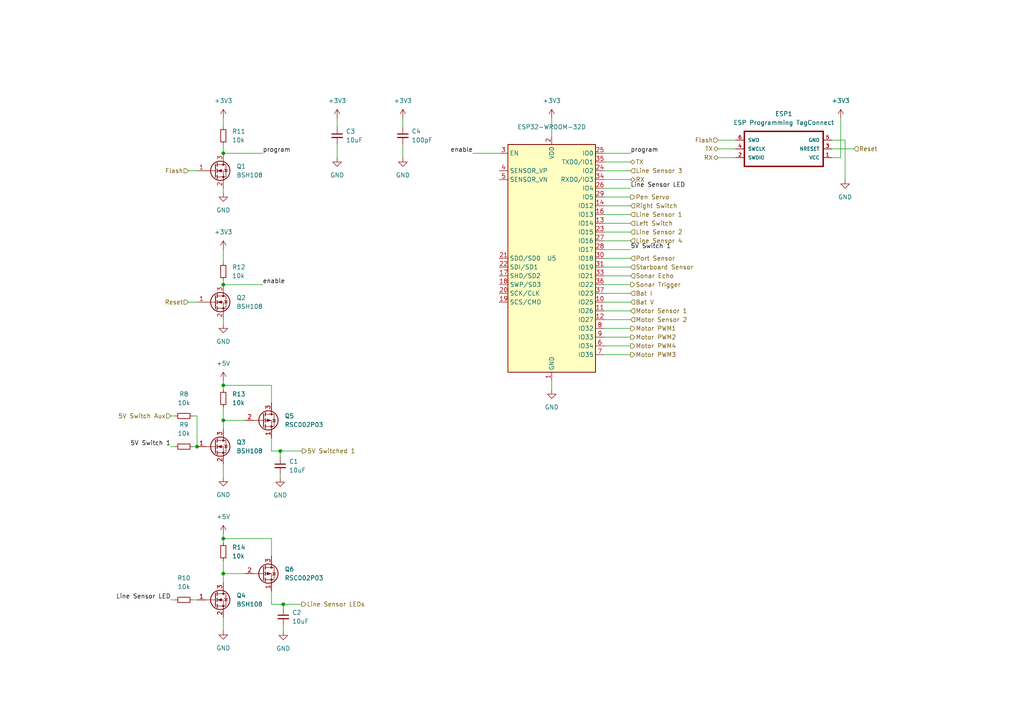
<source format=kicad_sch>
(kicad_sch (version 20210621) (generator eeschema)
  (paper "A4")
  (title_block (title "Swarmbot") (date "2021-10-10") (company "Philip McGaw"))
  (lib_symbols
    (symbol "Device:C_Small" (pin_numbers hide) (pin_names (offset 0.254) hide)
      (property "Reference" "C" (at 0.254 1.778 0))
      (property "Value" "C_Small" (at 0.254 -2.032 0))
      (symbol "C_Small_0_1"
        (polyline (pts (xy -1.524 -0.508) (xy 1.524 -0.508)) (stroke (width 0.3302)))
        (polyline (pts (xy -1.524 0.508) (xy 1.524 0.508)) (stroke (width 0.3048)))
      )
      (symbol "C_Small_1_1"
        (pin passive line (at 0 2.54 270) (length 2.032) (name "~") (number "1"))
        (pin passive line (at 0 -2.54 90) (length 2.032) (name "~") (number "2"))
      )
    )
    (symbol "Device:Q_NMOS_GSD" (pin_names (offset 0) hide)
      (property "Reference" "Q" (at 5.08 1.27 0))
      (property "Value" "Q_NMOS_GSD" (at 5.08 -1.27 0))
      (symbol "Q_NMOS_GSD_0_1"
        (circle (center 1.651 0) (radius 2.794) (stroke (width 0.254)))
        (circle (center 2.54 -1.778) (radius 0.254) (fill (type outline)))
        (circle (center 2.54 1.778) (radius 0.254) (fill (type outline)))
        (polyline (pts (xy 0.254 0) (xy -2.54 0)))
        (polyline (pts (xy 0.254 1.905) (xy 0.254 -1.905)) (stroke (width 0.254)))
        (polyline (pts (xy 0.762 -1.27) (xy 0.762 -2.286)) (stroke (width 0.254)))
        (polyline (pts (xy 0.762 0.508) (xy 0.762 -0.508)) (stroke (width 0.254)))
        (polyline (pts (xy 0.762 2.286) (xy 0.762 1.27)) (stroke (width 0.254)))
        (polyline (pts (xy 2.54 2.54) (xy 2.54 1.778)))
        (polyline (pts (xy 2.54 -2.54) (xy 2.54 0) (xy 0.762 0)))
        (polyline (pts (xy 0.762 -1.778) (xy 3.302 -1.778) (xy 3.302 1.778) (xy 0.762 1.778)))
        (polyline (pts (xy 2.794 0.508) (xy 2.921 0.381) (xy 3.683 0.381) (xy 3.81 0.254)))
        (polyline (pts (xy 3.302 0.381) (xy 2.921 -0.254) (xy 3.683 -0.254) (xy 3.302 0.381)))
        (polyline (pts (xy 1.016 0) (xy 2.032 0.381) (xy 2.032 -0.381) (xy 1.016 0)) (fill (type outline)))
      )
      (symbol "Q_NMOS_GSD_1_1"
        (pin input line (at -5.08 0 0) (length 2.54) (name "G") (number "1"))
        (pin passive line (at 2.54 -5.08 90) (length 2.54) (name "S") (number "2"))
        (pin passive line (at 2.54 5.08 270) (length 2.54) (name "D") (number "3"))
      )
    )
    (symbol "Device:Q_PMOS_SGD" (pin_names (offset 0) hide)
      (property "Reference" "Q" (at 5.08 1.27 0))
      (property "Value" "Q_PMOS_SGD" (at 5.08 -1.27 0))
      (symbol "Q_PMOS_SGD_0_1"
        (circle (center 1.651 0) (radius 2.794) (stroke (width 0.254)))
        (circle (center 2.54 -1.778) (radius 0.254) (fill (type outline)))
        (circle (center 2.54 1.778) (radius 0.254) (fill (type outline)))
        (polyline (pts (xy 0.254 0) (xy -2.54 0)))
        (polyline (pts (xy 0.254 1.905) (xy 0.254 -1.905)) (stroke (width 0.254)))
        (polyline (pts (xy 0.762 -1.27) (xy 0.762 -2.286)) (stroke (width 0.254)))
        (polyline (pts (xy 0.762 0.508) (xy 0.762 -0.508)) (stroke (width 0.254)))
        (polyline (pts (xy 0.762 2.286) (xy 0.762 1.27)) (stroke (width 0.254)))
        (polyline (pts (xy 2.54 2.54) (xy 2.54 1.778)))
        (polyline (pts (xy 2.54 -2.54) (xy 2.54 0) (xy 0.762 0)))
        (polyline (pts (xy 0.762 1.778) (xy 3.302 1.778) (xy 3.302 -1.778) (xy 0.762 -1.778)))
        (polyline (pts (xy 2.794 -0.508) (xy 2.921 -0.381) (xy 3.683 -0.381) (xy 3.81 -0.254)))
        (polyline (pts (xy 3.302 -0.381) (xy 2.921 0.254) (xy 3.683 0.254) (xy 3.302 -0.381)))
        (polyline (pts (xy 2.286 0) (xy 1.27 0.381) (xy 1.27 -0.381) (xy 2.286 0)) (fill (type outline)))
      )
      (symbol "Q_PMOS_SGD_1_1"
        (pin passive line (at 2.54 -5.08 90) (length 2.54) (name "S") (number "1"))
        (pin input line (at -5.08 0 0) (length 2.54) (name "G") (number "2"))
        (pin passive line (at 2.54 5.08 270) (length 2.54) (name "D") (number "3"))
      )
    )
    (symbol "Device:R_Small" (pin_numbers hide) (pin_names (offset 0.254) hide)
      (property "Reference" "R" (at 0.762 0.508 0))
      (property "Value" "R_Small" (at 0.762 -1.016 0))
      (symbol "R_Small_0_1"
        (rectangle (start -0.762 1.778) (end 0.762 -1.778) (stroke (width 0.2032)))
      )
      (symbol "R_Small_1_1"
        (pin passive line (at 0 2.54 270) (length 0.762) (name "~") (number "1"))
        (pin passive line (at 0 -2.54 90) (length 0.762) (name "~") (number "2"))
      )
    )
    (symbol "RF_Module:ESP32-WROOM-32D"
      (property "Reference" "U" (at -12.7 34.29 0))
      (property "Value" "ESP32-WROOM-32D" (at 1.27 34.29 0))
      (symbol "ESP32-WROOM-32D_0_1"
        (rectangle (start -12.7 33.02) (end 12.7 -33.02) (stroke (width 0.254)) (fill (type background)))
      )
      (symbol "ESP32-WROOM-32D_1_1"
        (pin power_in line (at 0 -35.56 90) (length 2.54) (name "GND") (number "1"))
        (pin bidirectional line (at 15.24 -12.7 180) (length 2.54) (name "IO25") (number "10"))
        (pin bidirectional line (at 15.24 -15.24 180) (length 2.54) (name "IO26") (number "11"))
        (pin bidirectional line (at 15.24 -17.78 180) (length 2.54) (name "IO27") (number "12"))
        (pin bidirectional line (at 15.24 10.16 180) (length 2.54) (name "IO14") (number "13"))
        (pin bidirectional line (at 15.24 15.24 180) (length 2.54) (name "IO12") (number "14"))
        (pin passive line (at 0 -35.56 90) (length 2.54) hide (name "GND") (number "15"))
        (pin bidirectional line (at 15.24 12.7 180) (length 2.54) (name "IO13") (number "16"))
        (pin bidirectional line (at -15.24 -5.08 0) (length 2.54) (name "SHD/SD2") (number "17"))
        (pin bidirectional line (at -15.24 -7.62 0) (length 2.54) (name "SWP/SD3") (number "18"))
        (pin bidirectional line (at -15.24 -12.7 0) (length 2.54) (name "SCS/CMD") (number "19"))
        (pin power_in line (at 0 35.56 270) (length 2.54) (name "VDD") (number "2"))
        (pin bidirectional line (at -15.24 -10.16 0) (length 2.54) (name "SCK/CLK") (number "20"))
        (pin bidirectional line (at -15.24 0 0) (length 2.54) (name "SDO/SD0") (number "21"))
        (pin bidirectional line (at -15.24 -2.54 0) (length 2.54) (name "SDI/SD1") (number "22"))
        (pin bidirectional line (at 15.24 7.62 180) (length 2.54) (name "IO15") (number "23"))
        (pin bidirectional line (at 15.24 25.4 180) (length 2.54) (name "IO2") (number "24"))
        (pin bidirectional line (at 15.24 30.48 180) (length 2.54) (name "IO0") (number "25"))
        (pin bidirectional line (at 15.24 20.32 180) (length 2.54) (name "IO4") (number "26"))
        (pin bidirectional line (at 15.24 5.08 180) (length 2.54) (name "IO16") (number "27"))
        (pin bidirectional line (at 15.24 2.54 180) (length 2.54) (name "IO17") (number "28"))
        (pin bidirectional line (at 15.24 17.78 180) (length 2.54) (name "IO5") (number "29"))
        (pin input line (at -15.24 30.48 0) (length 2.54) (name "EN") (number "3"))
        (pin bidirectional line (at 15.24 0 180) (length 2.54) (name "IO18") (number "30"))
        (pin bidirectional line (at 15.24 -2.54 180) (length 2.54) (name "IO19") (number "31"))
        (pin no_connect line (at -12.7 -27.94 0) (length 2.54) hide (name "NC") (number "32"))
        (pin bidirectional line (at 15.24 -5.08 180) (length 2.54) (name "IO21") (number "33"))
        (pin bidirectional line (at 15.24 22.86 180) (length 2.54) (name "RXD0/IO3") (number "34"))
        (pin bidirectional line (at 15.24 27.94 180) (length 2.54) (name "TXD0/IO1") (number "35"))
        (pin bidirectional line (at 15.24 -7.62 180) (length 2.54) (name "IO22") (number "36"))
        (pin bidirectional line (at 15.24 -10.16 180) (length 2.54) (name "IO23") (number "37"))
        (pin passive line (at 0 -35.56 90) (length 2.54) hide (name "GND") (number "38"))
        (pin passive line (at 0 -35.56 90) (length 2.54) hide (name "GND") (number "39"))
        (pin input line (at -15.24 25.4 0) (length 2.54) (name "SENSOR_VP") (number "4"))
        (pin input line (at -15.24 22.86 0) (length 2.54) (name "SENSOR_VN") (number "5"))
        (pin input line (at 15.24 -25.4 180) (length 2.54) (name "IO34") (number "6"))
        (pin input line (at 15.24 -27.94 180) (length 2.54) (name "IO35") (number "7"))
        (pin bidirectional line (at 15.24 -20.32 180) (length 2.54) (name "IO32") (number "8"))
        (pin bidirectional line (at 15.24 -22.86 180) (length 2.54) (name "IO33") (number "9"))
      )
    )
    (symbol "TC2030-IDC:TC2030-IDC" (pin_names (offset 1.016))
      (property "Reference" "TC" (at -3.81 5.842 0))
      (property "Value" "TC2030-IDC" (at -3.81 -7.62 0))
      (symbol "TC2030-IDC_0_0"
        (polyline (pts (xy -10.16 5.08) (xy -10.16 -5.08)) (stroke (width 0.4064)))
        (polyline (pts (xy -10.16 5.08) (xy 12.7 5.08)) (stroke (width 0.4064)))
        (polyline (pts (xy 12.7 -5.08) (xy -10.16 -5.08)) (stroke (width 0.4064)))
        (polyline (pts (xy 12.7 -5.08) (xy 12.7 5.08)) (stroke (width 0.4064)))
        (pin passive line (at 15.24 -2.54 180) (length 2.54) (name "VCC") (number "1"))
        (pin passive line (at -12.7 -2.54 0) (length 2.54) (name "SWDIO") (number "2"))
        (pin passive line (at 15.24 0 180) (length 2.54) (name "NRESET") (number "3"))
        (pin passive line (at -12.7 0 0) (length 2.54) (name "SWCLK") (number "4"))
        (pin passive line (at 15.24 2.54 180) (length 2.54) (name "GND") (number "5"))
        (pin passive line (at -12.7 2.54 0) (length 2.54) (name "SWO") (number "6"))
      )
    )
    (symbol "power:+3V3" (power) (pin_names (offset 0))
      (property "Value" "+3V3" (at 0 3.556 0))
      (symbol "+3V3_0_1"
        (polyline (pts (xy -0.762 1.27) (xy 0 2.54)))
        (polyline (pts (xy 0 0) (xy 0 2.54)))
        (polyline (pts (xy 0 2.54) (xy 0.762 1.27)))
      )
      (symbol "+3V3_1_1"
        (pin power_in line (at 0 0 90) (length 0) hide (name "+3V3") (number "1"))
      )
    )
    (symbol "power:+5V" (power) (pin_names (offset 0))
      (property "Value" "+5V" (at 0 3.556 0))
      (symbol "+5V_0_1"
        (polyline (pts (xy -0.762 1.27) (xy 0 2.54)))
        (polyline (pts (xy 0 0) (xy 0 2.54)))
        (polyline (pts (xy 0 2.54) (xy 0.762 1.27)))
      )
      (symbol "+5V_1_1"
        (pin power_in line (at 0 0 90) (length 0) hide (name "+5V") (number "1"))
      )
    )
    (symbol "power:GND" (power) (pin_names (offset 0))
      (property "Value" "GND" (at 0 -3.81 0))
      (symbol "GND_0_1"
        (polyline (pts (xy 0 0) (xy 0 -1.27) (xy 1.27 -1.27) (xy 0 -2.54) (xy -1.27 -1.27) (xy 0 -1.27)))
      )
      (symbol "GND_1_1"
        (pin power_in line (at 0 0 270) (length 0) hide (name "GND") (number "1"))
      )
    )
  )
  (junction (at 57.15 129.54))
  (junction (at 64.77 44.45))
  (junction (at 64.77 82.55))
  (junction (at 64.77 111.76))
  (junction (at 64.77 121.92))
  (junction (at 64.77 156.21))
  (junction (at 64.77 166.37))
  (junction (at 81.28 130.81))
  (junction (at 82.169 175.26))
  (wire (pts (xy 49.53 120.65) (xy 50.8 120.65)))
  (wire (pts (xy 49.53 129.54) (xy 50.8 129.54)))
  (wire (pts (xy 49.53 173.99) (xy 50.8 173.99)))
  (wire (pts (xy 54.61 49.53) (xy 57.15 49.53)))
  (wire (pts (xy 54.61 87.63) (xy 57.15 87.63)))
  (wire (pts (xy 55.88 120.65) (xy 57.15 120.65)))
  (wire (pts (xy 55.88 129.54) (xy 57.15 129.54)))
  (wire (pts (xy 55.88 173.99) (xy 57.15 173.99)))
  (wire (pts (xy 57.15 120.65) (xy 57.15 129.54)))
  (wire (pts (xy 64.77 34.29) (xy 64.77 36.83)))
  (wire (pts (xy 64.77 41.91) (xy 64.77 44.45)))
  (wire (pts (xy 64.77 44.45) (xy 76.2 44.45)))
  (wire (pts (xy 64.77 54.61) (xy 64.77 55.88)))
  (wire (pts (xy 64.77 72.39) (xy 64.77 76.2)))
  (wire (pts (xy 64.77 81.28) (xy 64.77 82.55)))
  (wire (pts (xy 64.77 82.55) (xy 76.2 82.55)))
  (wire (pts (xy 64.77 92.71) (xy 64.77 93.98)))
  (wire (pts (xy 64.77 110.49) (xy 64.77 111.76)))
  (wire (pts (xy 64.77 111.76) (xy 64.77 113.03)))
  (wire (pts (xy 64.77 111.76) (xy 78.74 111.76)))
  (wire (pts (xy 64.77 118.11) (xy 64.77 121.92)))
  (wire (pts (xy 64.77 121.92) (xy 64.77 124.46)))
  (wire (pts (xy 64.77 121.92) (xy 71.12 121.92)))
  (wire (pts (xy 64.77 134.62) (xy 64.77 138.43)))
  (wire (pts (xy 64.77 154.94) (xy 64.77 156.21)))
  (wire (pts (xy 64.77 156.21) (xy 64.77 157.48)))
  (wire (pts (xy 64.77 156.21) (xy 78.74 156.21)))
  (wire (pts (xy 64.77 162.56) (xy 64.77 166.37)))
  (wire (pts (xy 64.77 166.37) (xy 64.77 168.91)))
  (wire (pts (xy 64.77 166.37) (xy 71.12 166.37)))
  (wire (pts (xy 64.77 179.07) (xy 64.77 182.88)))
  (wire (pts (xy 78.74 111.76) (xy 78.74 116.84)))
  (wire (pts (xy 78.74 130.81) (xy 78.74 127)))
  (wire (pts (xy 78.74 156.21) (xy 78.74 161.29)))
  (wire (pts (xy 78.74 175.26) (xy 78.74 171.45)))
  (wire (pts (xy 78.74 175.26) (xy 82.169 175.26)))
  (wire (pts (xy 81.28 130.81) (xy 78.74 130.81)))
  (wire (pts (xy 81.28 130.81) (xy 81.28 132.588)))
  (wire (pts (xy 81.28 130.81) (xy 87.63 130.81)))
  (wire (pts (xy 81.28 137.668) (xy 81.28 138.557)))
  (wire (pts (xy 82.169 175.26) (xy 82.169 176.403)))
  (wire (pts (xy 82.169 175.26) (xy 87.503 175.26)))
  (wire (pts (xy 82.169 181.483) (xy 82.169 183.007)))
  (wire (pts (xy 97.79 34.29) (xy 97.79 36.83)))
  (wire (pts (xy 97.79 41.91) (xy 97.79 45.72)))
  (wire (pts (xy 116.84 34.29) (xy 116.84 36.83)))
  (wire (pts (xy 116.84 41.91) (xy 116.84 45.72)))
  (wire (pts (xy 137.16 44.45) (xy 144.78 44.45)))
  (wire (pts (xy 160.02 34.29) (xy 160.02 39.37)))
  (wire (pts (xy 160.02 110.49) (xy 160.02 113.03)))
  (wire (pts (xy 175.26 44.45) (xy 182.88 44.45)))
  (wire (pts (xy 175.26 46.99) (xy 182.88 46.99)))
  (wire (pts (xy 175.26 49.53) (xy 182.88 49.53)))
  (wire (pts (xy 175.26 52.07) (xy 182.88 52.07)))
  (wire (pts (xy 175.26 54.61) (xy 182.88 54.61)))
  (wire (pts (xy 175.26 57.15) (xy 182.88 57.15)))
  (wire (pts (xy 175.26 59.69) (xy 182.88 59.69)))
  (wire (pts (xy 175.26 62.23) (xy 182.88 62.23)))
  (wire (pts (xy 175.26 64.77) (xy 182.88 64.77)))
  (wire (pts (xy 175.26 67.31) (xy 182.88 67.31)))
  (wire (pts (xy 175.26 69.85) (xy 182.88 69.85)))
  (wire (pts (xy 175.26 72.39) (xy 182.88 72.39)))
  (wire (pts (xy 175.26 74.93) (xy 182.88 74.93)))
  (wire (pts (xy 175.26 77.47) (xy 182.88 77.47)))
  (wire (pts (xy 175.26 80.01) (xy 182.88 80.01)))
  (wire (pts (xy 175.26 82.55) (xy 182.88 82.55)))
  (wire (pts (xy 175.26 85.09) (xy 182.88 85.09)))
  (wire (pts (xy 175.26 87.63) (xy 182.88 87.63)))
  (wire (pts (xy 175.26 90.17) (xy 182.88 90.17)))
  (wire (pts (xy 175.26 92.71) (xy 182.88 92.71)))
  (wire (pts (xy 175.26 95.25) (xy 182.88 95.25)))
  (wire (pts (xy 175.26 97.79) (xy 182.88 97.79)))
  (wire (pts (xy 175.26 100.33) (xy 182.88 100.33)))
  (wire (pts (xy 175.26 102.87) (xy 182.88 102.87)))
  (wire (pts (xy 208.28 40.64) (xy 213.36 40.64)))
  (wire (pts (xy 208.28 43.18) (xy 213.36 43.18)))
  (wire (pts (xy 208.28 45.72) (xy 213.36 45.72)))
  (wire (pts (xy 241.3 43.18) (xy 247.65 43.18)))
  (wire (pts (xy 243.84 34.29) (xy 243.84 45.72)))
  (wire (pts (xy 243.84 45.72) (xy 241.3 45.72)))
  (wire (pts (xy 245.11 40.64) (xy 241.3 40.64)))
  (wire (pts (xy 245.11 52.07) (xy 245.11 40.64)))
  (label "5V Switch 1" (at 49.53 129.54 180))
  (label "Line Sensor LED" (at 49.53 173.99 180))
  (label "program" (at 76.2 44.45 0))
  (label "enable" (at 76.2 82.55 0))
  (label "enable" (at 137.16 44.45 180))
  (label "program" (at 182.88 44.45 0))
  (label "Line Sensor LED" (at 182.88 54.61 0))
  (label "5V Switch 1" (at 182.88 72.39 0))
  (hierarchical_label "5V Switch Aux" (shape input) (at 49.53 120.65 180))
  (hierarchical_label "Flash" (shape input) (at 54.61 49.53 180))
  (hierarchical_label "Reset" (shape input) (at 54.61 87.63 180))
  (hierarchical_label "Line Sensor LEDs" (shape output) (at 87.503 175.26 0))
  (hierarchical_label "5V Switched 1" (shape output) (at 87.63 130.81 0))
  (hierarchical_label "TX" (shape bidirectional) (at 182.88 46.99 0))
  (hierarchical_label "Line Sensor 3" (shape input) (at 182.88 49.53 0))
  (hierarchical_label "RX" (shape bidirectional) (at 182.88 52.07 0))
  (hierarchical_label "Pen Servo" (shape output) (at 182.88 57.15 0))
  (hierarchical_label "Right Switch" (shape input) (at 182.88 59.69 0))
  (hierarchical_label "Line Sensor 1" (shape input) (at 182.88 62.23 0))
  (hierarchical_label "Left Switch" (shape input) (at 182.88 64.77 0))
  (hierarchical_label "Line Sensor 2" (shape input) (at 182.88 67.31 0))
  (hierarchical_label "Line Sensor 4" (shape input) (at 182.88 69.85 0))
  (hierarchical_label "Port Sensor" (shape input) (at 182.88 74.93 0))
  (hierarchical_label "Starboard Sensor" (shape input) (at 182.88 77.47 0))
  (hierarchical_label "Sonar Echo" (shape input) (at 182.88 80.01 0))
  (hierarchical_label "Sonar Trigger" (shape output) (at 182.88 82.55 0))
  (hierarchical_label "Bat I" (shape input) (at 182.88 85.09 0))
  (hierarchical_label "Bat V" (shape input) (at 182.88 87.63 0))
  (hierarchical_label "Motor Sensor 1" (shape input) (at 182.88 90.17 0))
  (hierarchical_label "Motor Sensor 2" (shape input) (at 182.88 92.71 0))
  (hierarchical_label "Motor PWM1" (shape output) (at 182.88 95.25 0))
  (hierarchical_label "Motor PWM2" (shape output) (at 182.88 97.79 0))
  (hierarchical_label "Motor PWM4" (shape output) (at 182.88 100.33 0))
  (hierarchical_label "Motor PWM3" (shape output) (at 182.88 102.87 0))
  (hierarchical_label "Flash" (shape input) (at 208.28 40.64 180))
  (hierarchical_label "TX" (shape bidirectional) (at 208.28 43.18 180))
  (hierarchical_label "RX" (shape bidirectional) (at 208.28 45.72 180))
  (hierarchical_label "Reset" (shape input) (at 247.65 43.18 0))
  (symbol (lib_id "power:+3V3") (at 64.77 34.29 0) (unit 1)
    (property "Reference" "#PWR07" (effects hide))
    (property "Value" "+3V3" (at 64.77 29.21 0))
  )
  (symbol (lib_id "power:+3V3") (at 64.77 72.39 0) (unit 1)
    (property "Reference" "#PWR09" (effects hide))
    (property "Value" "+3V3" (at 64.77 67.31 0))
  )
  (symbol (lib_id "power:+5V") (at 64.77 110.49 0) (unit 1)
    (property "Reference" "#PWR011" (effects hide))
    (property "Value" "+5V" (at 64.77 105.41 0))
  )
  (symbol (lib_id "power:+5V") (at 64.77 154.94 0) (unit 1)
    (property "Reference" "#PWR013" (effects hide))
    (property "Value" "+5V" (at 64.77 149.86 0))
  )
  (symbol (lib_id "power:+3V3") (at 97.79 34.29 0) (unit 1)
    (property "Reference" "#PWR017" (effects hide))
    (property "Value" "+3V3" (at 97.79 29.21 0))
  )
  (symbol (lib_id "power:+3V3") (at 116.84 34.29 0) (unit 1)
    (property "Reference" "#PWR019" (effects hide))
    (property "Value" "+3V3" (at 116.84 29.21 0))
  )
  (symbol (lib_id "power:+3V3") (at 160.02 34.29 0) (unit 1)
    (property "Reference" "#PWR021" (effects hide))
    (property "Value" "+3V3" (at 160.02 29.21 0))
  )
  (symbol (lib_id "power:+3V3") (at 243.84 34.29 0) (unit 1)
    (property "Reference" "#PWR023" (effects hide))
    (property "Value" "+3V3" (at 243.84 29.21 0))
  )
  (symbol (lib_id "power:GND") (at 64.77 55.88 0) (unit 1)
    (property "Reference" "#PWR08" (effects hide))
    (property "Value" "GND" (at 64.77 60.96 0))
  )
  (symbol (lib_id "power:GND") (at 64.77 93.98 0) (unit 1)
    (property "Reference" "#PWR010" (effects hide))
    (property "Value" "GND" (at 64.77 99.06 0))
  )
  (symbol (lib_id "power:GND") (at 64.77 138.43 0) (unit 1)
    (property "Reference" "#PWR012" (effects hide))
    (property "Value" "GND" (at 64.77 143.51 0))
  )
  (symbol (lib_id "power:GND") (at 64.77 182.88 0) (unit 1)
    (property "Reference" "#PWR014" (effects hide))
    (property "Value" "GND" (at 64.77 187.96 0))
  )
  (symbol (lib_id "power:GND") (at 81.28 138.557 0) (unit 1)
    (property "Reference" "#PWR015" (effects hide))
    (property "Value" "GND" (at 81.28 143.637 0))
  )
  (symbol (lib_id "power:GND") (at 82.169 183.007 0) (unit 1)
    (property "Reference" "#PWR016" (effects hide))
    (property "Value" "GND" (at 82.169 188.087 0))
  )
  (symbol (lib_id "power:GND") (at 97.79 45.72 0) (unit 1)
    (property "Reference" "#PWR018" (effects hide))
    (property "Value" "GND" (at 97.79 50.8 0))
  )
  (symbol (lib_id "power:GND") (at 116.84 45.72 0) (unit 1)
    (property "Reference" "#PWR020" (effects hide))
    (property "Value" "GND" (at 116.84 50.8 0))
  )
  (symbol (lib_id "power:GND") (at 160.02 113.03 0) (unit 1)
    (property "Reference" "#PWR022" (effects hide))
    (property "Value" "GND" (at 160.02 118.11 0))
  )
  (symbol (lib_id "power:GND") (at 245.11 52.07 0) (unit 1)
    (property "Reference" "#PWR024" (effects hide))
    (property "Value" "GND" (at 245.11 57.15 0))
  )
  (symbol (lib_id "Device:R_Small") (at 53.34 120.65 90) (unit 1)
    (property "Reference" "R8" (at 53.34 114.3 90))
    (property "Value" "10k" (at 53.34 116.84 90))
    (property "Footprint" "Resistor_SMD:R_0805_2012Metric_Pad1.20x1.40mm_HandSolder" (effects hide))
  )
  (symbol (lib_id "Device:R_Small") (at 53.34 129.54 90) (unit 1)
    (property "Reference" "R9" (at 53.34 123.19 90))
    (property "Value" "10k" (at 53.34 125.73 90))
    (property "Footprint" "Resistor_SMD:R_0805_2012Metric_Pad1.20x1.40mm_HandSolder" (effects hide))
  )
  (symbol (lib_id "Device:R_Small") (at 53.34 173.99 90) (unit 1)
    (property "Reference" "R10" (at 53.34 167.64 90))
    (property "Value" "10k" (at 53.34 170.18 90))
    (property "Footprint" "Resistor_SMD:R_0805_2012Metric_Pad1.20x1.40mm_HandSolder" (effects hide))
  )
  (symbol (lib_id "Device:R_Small") (at 64.77 39.37 0) (unit 1)
    (property "Reference" "R11" (at 67.31 38.0999 0) (effects (justify left)))
    (property "Value" "10k" (at 67.31 40.6399 0) (effects (justify left)))
    (property "Footprint" "Resistor_SMD:R_0805_2012Metric_Pad1.20x1.40mm_HandSolder" (effects hide))
  )
  (symbol (lib_id "Device:R_Small") (at 64.77 78.74 0) (unit 1)
    (property "Reference" "R12" (at 67.31 77.4699 0) (effects (justify left)))
    (property "Value" "10k" (at 67.31 80.0099 0) (effects (justify left)))
    (property "Footprint" "Resistor_SMD:R_0805_2012Metric_Pad1.20x1.40mm_HandSolder" (effects hide))
  )
  (symbol (lib_id "Device:R_Small") (at 64.77 115.57 0) (unit 1)
    (property "Reference" "R13" (at 67.31 114.2999 0) (effects (justify left)))
    (property "Value" "10k" (at 67.31 116.8399 0) (effects (justify left)))
    (property "Footprint" "Resistor_SMD:R_0805_2012Metric_Pad1.20x1.40mm_HandSolder" (effects hide))
  )
  (symbol (lib_id "Device:R_Small") (at 64.77 160.02 0) (unit 1)
    (property "Reference" "R14" (at 67.31 158.7499 0) (effects (justify left)))
    (property "Value" "10k" (at 67.31 161.2899 0) (effects (justify left)))
    (property "Footprint" "Resistor_SMD:R_0805_2012Metric_Pad1.20x1.40mm_HandSolder" (effects hide))
  )
  (symbol (lib_id "Device:C_Small") (at 81.28 135.128 0) (unit 1)
    (property "Reference" "C1" (at 83.82 133.8579 0) (effects (justify left)))
    (property "Value" "10uF" (at 83.82 136.3979 0) (effects (justify left)))
    (property "Footprint" "Capacitor_SMD:C_0805_2012Metric_Pad1.18x1.45mm_HandSolder" (effects hide))
  )
  (symbol (lib_id "Device:C_Small") (at 82.169 178.943 0) (unit 1)
    (property "Reference" "C2" (at 84.709 177.6729 0) (effects (justify left)))
    (property "Value" "10uF" (at 84.709 180.2129 0) (effects (justify left)))
    (property "Footprint" "Capacitor_SMD:C_0805_2012Metric_Pad1.18x1.45mm_HandSolder" (effects hide))
  )
  (symbol (lib_id "Device:C_Small") (at 97.79 39.37 0) (unit 1)
    (property "Reference" "C3" (at 100.33 38.0999 0) (effects (justify left)))
    (property "Value" "10uF" (at 100.33 40.6399 0) (effects (justify left)))
    (property "Footprint" "Capacitor_SMD:C_0805_2012Metric_Pad1.18x1.45mm_HandSolder" (effects hide))
  )
  (symbol (lib_id "Device:C_Small") (at 116.84 39.37 0) (unit 1)
    (property "Reference" "C4" (at 119.38 38.0999 0) (effects (justify left)))
    (property "Value" "100pF" (at 119.38 40.6399 0) (effects (justify left)))
    (property "Footprint" "Capacitor_SMD:C_0805_2012Metric_Pad1.18x1.45mm_HandSolder" (effects hide))
  )
  (symbol (lib_id "Device:Q_NMOS_GSD") (at 62.23 49.53 0) (unit 1)
    (property "Reference" "Q1" (at 68.58 48.2599 0) (effects (justify left)))
    (property "Value" "BSH108" (at 68.58 50.7999 0) (effects (justify left)))
    (property "Footprint" "Package_TO_SOT_SMD:SOT-23" (effects hide))
    (property "Farnell" "1758067" (effects hide))
  )
  (symbol (lib_id "Device:Q_NMOS_GSD") (at 62.23 87.63 0) (unit 1)
    (property "Reference" "Q2" (at 68.58 86.3599 0) (effects (justify left)))
    (property "Value" "BSH108" (at 68.58 88.8999 0) (effects (justify left)))
    (property "Footprint" "Package_TO_SOT_SMD:SOT-23" (effects hide))
    (property "Farnell" "1758067" (effects hide))
  )
  (symbol (lib_id "Device:Q_NMOS_GSD") (at 62.23 129.54 0) (unit 1)
    (property "Reference" "Q3" (at 68.58 128.2699 0) (effects (justify left)))
    (property "Value" "BSH108" (at 68.58 130.8099 0) (effects (justify left)))
    (property "Footprint" "Package_TO_SOT_SMD:SOT-23" (effects hide))
    (property "Farnell" "1758067" (effects hide))
  )
  (symbol (lib_id "Device:Q_NMOS_GSD") (at 62.23 173.99 0) (unit 1)
    (property "Reference" "Q4" (at 68.58 172.7199 0) (effects (justify left)))
    (property "Value" "BSH108" (at 68.58 175.2599 0) (effects (justify left)))
    (property "Footprint" "Package_TO_SOT_SMD:SOT-23" (effects hide))
    (property "Farnell" "1758067" (effects hide))
  )
  (symbol (lib_id "Device:Q_PMOS_SGD") (at 76.2 121.92 0) (unit 1)
    (property "Reference" "Q5" (at 82.55 120.6499 0) (effects (justify left)))
    (property "Value" "RSC002P03" (at 82.55 123.1899 0) (effects (justify left)))
    (property "Footprint" "Package_TO_SOT_SMD:SOT-23" (effects hide))
    (property "Farnell" "2706652" (effects hide))
  )
  (symbol (lib_id "Device:Q_PMOS_SGD") (at 76.2 166.37 0) (unit 1)
    (property "Reference" "Q6" (at 82.55 165.0999 0) (effects (justify left)))
    (property "Value" "RSC002P03" (at 82.55 167.6399 0) (effects (justify left)))
    (property "Footprint" "Package_TO_SOT_SMD:SOT-23" (effects hide))
    (property "Farnell" "2706652" (effects hide))
  )
  (symbol (lib_id "TC2030-IDC:TC2030-IDC") (at 226.06 43.18 0) (unit 1)
    (property "Reference" "ESP1" (at 227.33 33.02 0))
    (property "Value" "ESP Programming TagConnect" (at 227.33 35.56 0))
    (property "Footprint" "TC2030-IDC:Tag-Connect_TC2030-IDC-NL_2x03_P1.27mm_Vertical" (effects hide))
    (property "Datasheet" "None" (effects hide))
    (property "Field4" "Tag-Connect LLC" (effects hide))
    (property "Field5" "None" (effects hide))
    (property "Field6" "TC2030-IDC" (effects hide))
    (property "Field7" "Cable Adapter 6 Pos" (effects hide))
  )
  (symbol (lib_id "RF_Module:ESP32-WROOM-32D") (at 160.02 74.93 0) (unit 1)
    (property "Reference" "U5" (at 160.02 74.93 0))
    (property "Value" "ESP32-WROOM-32D" (at 160.02 36.83 0))
    (property "Footprint" "RF_Module:ESP32-WROOM-32" (effects hide))
    (property "Datasheet" "https://www.espressif.com/sites/default/files/documentation/esp32-wroom-32d_esp32-wroom-32u_datasheet_en.pdf" (effects hide))
  )
)
</source>
